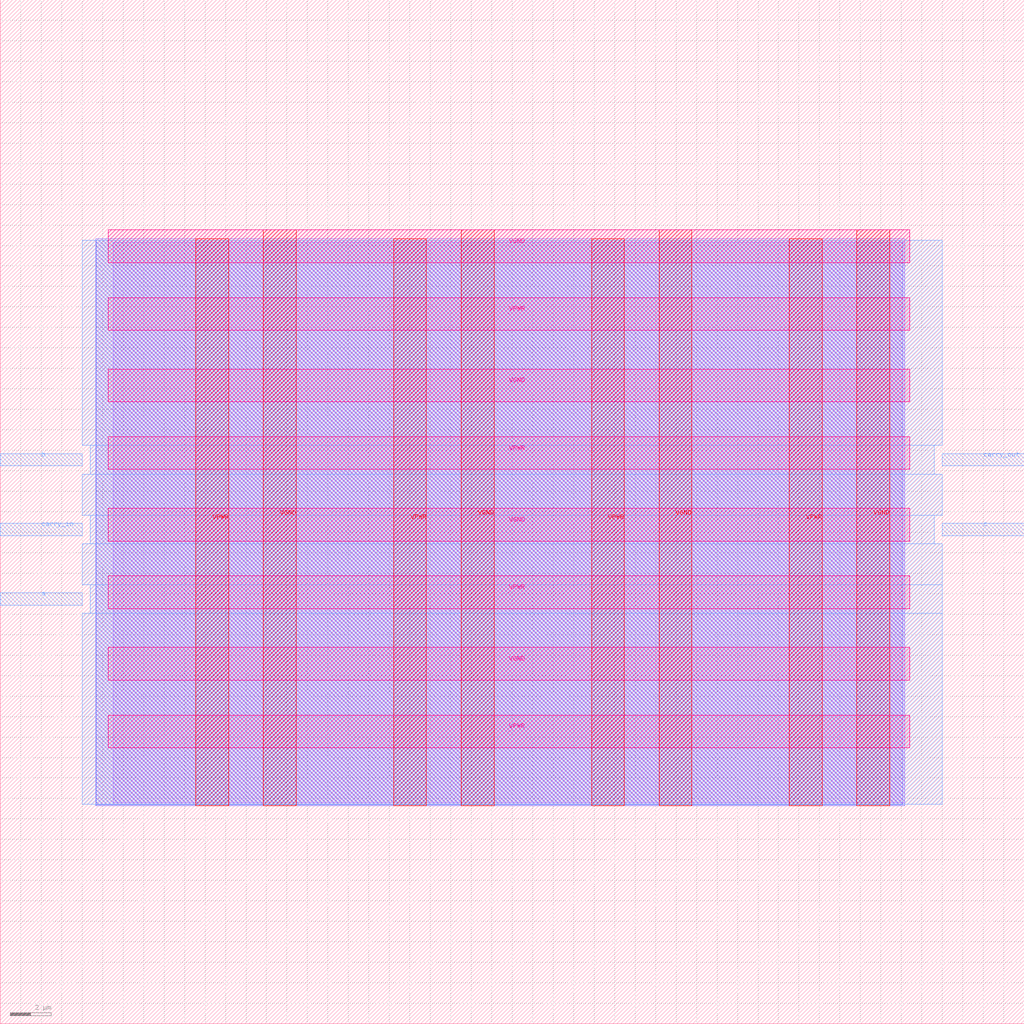
<source format=lef>
VERSION 5.7 ;
  NOWIREEXTENSIONATPIN ON ;
  DIVIDERCHAR "/" ;
  BUSBITCHARS "[]" ;
MACRO full_adder
  CLASS BLOCK ;
  FOREIGN full_adder ;
  ORIGIN 0.000 0.000 ;
  SIZE 50.000 BY 50.000 ;
  PIN VGND
    DIRECTION INOUT ;
    USE GROUND ;
    PORT
      LAYER met4 ;
        RECT 12.850 10.640 14.450 38.760 ;
    END
    PORT
      LAYER met4 ;
        RECT 22.510 10.640 24.110 38.760 ;
    END
    PORT
      LAYER met4 ;
        RECT 32.170 10.640 33.770 38.760 ;
    END
    PORT
      LAYER met4 ;
        RECT 41.830 10.640 43.430 38.760 ;
    END
    PORT
      LAYER met5 ;
        RECT 5.280 16.775 44.400 18.375 ;
    END
    PORT
      LAYER met5 ;
        RECT 5.280 23.570 44.400 25.170 ;
    END
    PORT
      LAYER met5 ;
        RECT 5.280 30.365 44.400 31.965 ;
    END
    PORT
      LAYER met5 ;
        RECT 5.280 37.160 44.400 38.760 ;
    END
  END VGND
  PIN VPWR
    DIRECTION INOUT ;
    USE POWER ;
    PORT
      LAYER met4 ;
        RECT 9.550 10.640 11.150 38.320 ;
    END
    PORT
      LAYER met4 ;
        RECT 19.210 10.640 20.810 38.320 ;
    END
    PORT
      LAYER met4 ;
        RECT 28.870 10.640 30.470 38.320 ;
    END
    PORT
      LAYER met4 ;
        RECT 38.530 10.640 40.130 38.320 ;
    END
    PORT
      LAYER met5 ;
        RECT 5.280 13.475 44.400 15.075 ;
    END
    PORT
      LAYER met5 ;
        RECT 5.280 20.270 44.400 21.870 ;
    END
    PORT
      LAYER met5 ;
        RECT 5.280 27.065 44.400 28.665 ;
    END
    PORT
      LAYER met5 ;
        RECT 5.280 33.860 44.400 35.460 ;
    END
  END VPWR
  PIN a
    DIRECTION INPUT ;
    USE SIGNAL ;
    ANTENNAGATEAREA 0.196500 ;
    PORT
      LAYER met3 ;
        RECT 0.000 20.440 4.000 21.040 ;
    END
  END a
  PIN b
    DIRECTION INPUT ;
    USE SIGNAL ;
    ANTENNAGATEAREA 0.196500 ;
    PORT
      LAYER met3 ;
        RECT 0.000 27.240 4.000 27.840 ;
    END
  END b
  PIN c
    DIRECTION OUTPUT TRISTATE ;
    USE SIGNAL ;
    ANTENNADIFFAREA 0.445500 ;
    PORT
      LAYER met3 ;
        RECT 46.000 23.840 50.000 24.440 ;
    END
  END c
  PIN carry_in
    DIRECTION INPUT ;
    USE SIGNAL ;
    ANTENNAGATEAREA 0.196500 ;
    PORT
      LAYER met3 ;
        RECT 0.000 23.840 4.000 24.440 ;
    END
  END carry_in
  PIN carry_out
    DIRECTION OUTPUT TRISTATE ;
    USE SIGNAL ;
    ANTENNADIFFAREA 0.795200 ;
    PORT
      LAYER met3 ;
        RECT 46.000 27.240 50.000 27.840 ;
    END
  END carry_out
  OBS
      LAYER li1 ;
        RECT 5.520 10.795 44.160 38.165 ;
      LAYER met1 ;
        RECT 4.670 10.640 44.160 38.320 ;
      LAYER met2 ;
        RECT 4.690 10.695 44.070 38.265 ;
      LAYER met3 ;
        RECT 4.000 28.240 46.000 38.245 ;
        RECT 4.400 26.840 45.600 28.240 ;
        RECT 4.000 24.840 46.000 26.840 ;
        RECT 4.400 23.440 45.600 24.840 ;
        RECT 4.000 21.440 46.000 23.440 ;
        RECT 4.400 20.040 46.000 21.440 ;
        RECT 4.000 10.715 46.000 20.040 ;
  END
END full_adder
END LIBRARY


</source>
